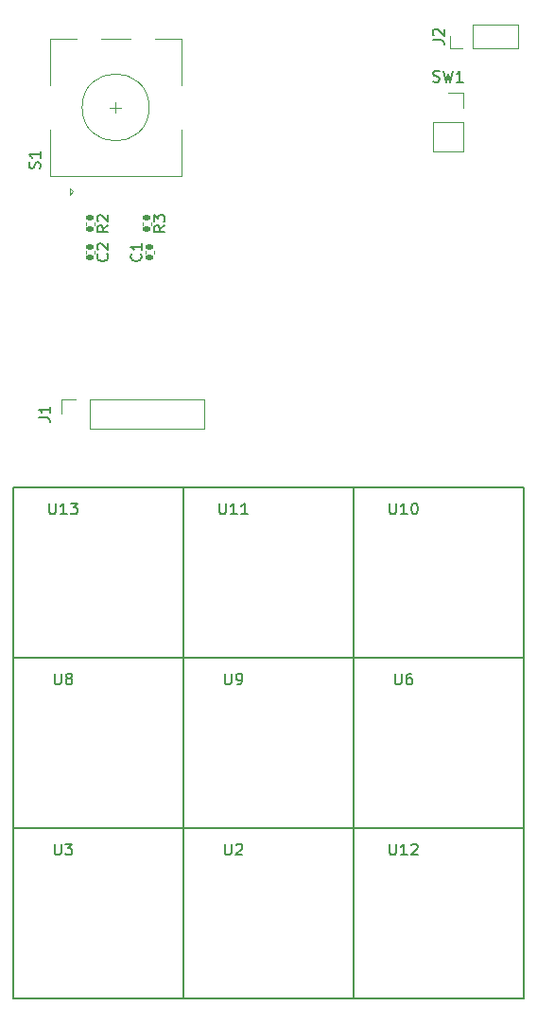
<source format=gbr>
%TF.GenerationSoftware,KiCad,Pcbnew,(6.0.5)*%
%TF.CreationDate,2022-06-10T22:56:38+05:30*%
%TF.ProjectId,mv2,6d76322e-6b69-4636-9164-5f7063625858,rev?*%
%TF.SameCoordinates,Original*%
%TF.FileFunction,Legend,Top*%
%TF.FilePolarity,Positive*%
%FSLAX46Y46*%
G04 Gerber Fmt 4.6, Leading zero omitted, Abs format (unit mm)*
G04 Created by KiCad (PCBNEW (6.0.5)) date 2022-06-10 22:56:38*
%MOMM*%
%LPD*%
G01*
G04 APERTURE LIST*
G04 Aperture macros list*
%AMRoundRect*
0 Rectangle with rounded corners*
0 $1 Rounding radius*
0 $2 $3 $4 $5 $6 $7 $8 $9 X,Y pos of 4 corners*
0 Add a 4 corners polygon primitive as box body*
4,1,4,$2,$3,$4,$5,$6,$7,$8,$9,$2,$3,0*
0 Add four circle primitives for the rounded corners*
1,1,$1+$1,$2,$3*
1,1,$1+$1,$4,$5*
1,1,$1+$1,$6,$7*
1,1,$1+$1,$8,$9*
0 Add four rect primitives between the rounded corners*
20,1,$1+$1,$2,$3,$4,$5,0*
20,1,$1+$1,$4,$5,$6,$7,0*
20,1,$1+$1,$6,$7,$8,$9,0*
20,1,$1+$1,$8,$9,$2,$3,0*%
G04 Aperture macros list end*
%ADD10C,0.150000*%
%ADD11C,0.120000*%
%ADD12C,0.127000*%
%ADD13RoundRect,0.140000X0.170000X-0.140000X0.170000X0.140000X-0.170000X0.140000X-0.170000X-0.140000X0*%
%ADD14RoundRect,0.135000X-0.185000X0.135000X-0.185000X-0.135000X0.185000X-0.135000X0.185000X0.135000X0*%
%ADD15C,2.250000*%
%ADD16C,1.508000*%
%ADD17C,1.700000*%
%ADD18C,3.987800*%
%ADD19RoundRect,0.140000X-0.170000X0.140000X-0.170000X-0.140000X0.170000X-0.140000X0.170000X0.140000X0*%
%ADD20C,2.000000*%
%ADD21R,2.000000X3.200000*%
%ADD22R,2.000000X2.000000*%
%ADD23O,1.350000X1.350000*%
%ADD24R,1.350000X1.350000*%
%ADD25O,1.700000X1.700000*%
%ADD26R,1.700000X1.700000*%
%ADD27O,1.000000X2.100000*%
%ADD28O,1.000000X1.600000*%
%ADD29C,0.650000*%
G04 APERTURE END LIST*
D10*
%TO.C,*%
%TO.C,C1*%
X136103142Y-63158666D02*
X136150761Y-63206285D01*
X136198380Y-63349142D01*
X136198380Y-63444380D01*
X136150761Y-63587238D01*
X136055523Y-63682476D01*
X135960285Y-63730095D01*
X135769809Y-63777714D01*
X135626952Y-63777714D01*
X135436476Y-63730095D01*
X135341238Y-63682476D01*
X135246000Y-63587238D01*
X135198380Y-63444380D01*
X135198380Y-63349142D01*
X135246000Y-63206285D01*
X135293619Y-63158666D01*
X136198380Y-62206285D02*
X136198380Y-62777714D01*
X136198380Y-62492000D02*
X135198380Y-62492000D01*
X135341238Y-62587238D01*
X135436476Y-62682476D01*
X135484095Y-62777714D01*
%TO.C,*%
%TO.C,R2*%
X133194380Y-60618666D02*
X132718190Y-60952000D01*
X133194380Y-61190095D02*
X132194380Y-61190095D01*
X132194380Y-60809142D01*
X132242000Y-60713904D01*
X132289619Y-60666285D01*
X132384857Y-60618666D01*
X132527714Y-60618666D01*
X132622952Y-60666285D01*
X132670571Y-60713904D01*
X132718190Y-60809142D01*
X132718190Y-61190095D01*
X132289619Y-60237714D02*
X132242000Y-60190095D01*
X132194380Y-60094857D01*
X132194380Y-59856761D01*
X132242000Y-59761523D01*
X132289619Y-59713904D01*
X132384857Y-59666285D01*
X132480095Y-59666285D01*
X132622952Y-59713904D01*
X133194380Y-60285333D01*
X133194380Y-59666285D01*
%TO.C,U11*%
X143160904Y-85431380D02*
X143160904Y-86240904D01*
X143208523Y-86336142D01*
X143256142Y-86383761D01*
X143351380Y-86431380D01*
X143541857Y-86431380D01*
X143637095Y-86383761D01*
X143684714Y-86336142D01*
X143732333Y-86240904D01*
X143732333Y-85431380D01*
X144732333Y-86431380D02*
X144160904Y-86431380D01*
X144446619Y-86431380D02*
X144446619Y-85431380D01*
X144351380Y-85574238D01*
X144256142Y-85669476D01*
X144160904Y-85717095D01*
X145684714Y-86431380D02*
X145113285Y-86431380D01*
X145399000Y-86431380D02*
X145399000Y-85431380D01*
X145303761Y-85574238D01*
X145208523Y-85669476D01*
X145113285Y-85717095D01*
%TO.C,*%
%TO.C,U9*%
X143637095Y-100671380D02*
X143637095Y-101480904D01*
X143684714Y-101576142D01*
X143732333Y-101623761D01*
X143827571Y-101671380D01*
X144018047Y-101671380D01*
X144113285Y-101623761D01*
X144160904Y-101576142D01*
X144208523Y-101480904D01*
X144208523Y-100671380D01*
X144732333Y-101671380D02*
X144922809Y-101671380D01*
X145018047Y-101623761D01*
X145065666Y-101576142D01*
X145160904Y-101433285D01*
X145208523Y-101242809D01*
X145208523Y-100861857D01*
X145160904Y-100766619D01*
X145113285Y-100719000D01*
X145018047Y-100671380D01*
X144827571Y-100671380D01*
X144732333Y-100719000D01*
X144684714Y-100766619D01*
X144637095Y-100861857D01*
X144637095Y-101099952D01*
X144684714Y-101195190D01*
X144732333Y-101242809D01*
X144827571Y-101290428D01*
X145018047Y-101290428D01*
X145113285Y-101242809D01*
X145160904Y-101195190D01*
X145208523Y-101099952D01*
%TO.C,C2*%
X133089142Y-63158666D02*
X133136761Y-63206285D01*
X133184380Y-63349142D01*
X133184380Y-63444380D01*
X133136761Y-63587238D01*
X133041523Y-63682476D01*
X132946285Y-63730095D01*
X132755809Y-63777714D01*
X132612952Y-63777714D01*
X132422476Y-63730095D01*
X132327238Y-63682476D01*
X132232000Y-63587238D01*
X132184380Y-63444380D01*
X132184380Y-63349142D01*
X132232000Y-63206285D01*
X132279619Y-63158666D01*
X132279619Y-62777714D02*
X132232000Y-62730095D01*
X132184380Y-62634857D01*
X132184380Y-62396761D01*
X132232000Y-62301523D01*
X132279619Y-62253904D01*
X132374857Y-62206285D01*
X132470095Y-62206285D01*
X132612952Y-62253904D01*
X133184380Y-62825333D01*
X133184380Y-62206285D01*
%TO.C,U12*%
X158400904Y-115911380D02*
X158400904Y-116720904D01*
X158448523Y-116816142D01*
X158496142Y-116863761D01*
X158591380Y-116911380D01*
X158781857Y-116911380D01*
X158877095Y-116863761D01*
X158924714Y-116816142D01*
X158972333Y-116720904D01*
X158972333Y-115911380D01*
X159972333Y-116911380D02*
X159400904Y-116911380D01*
X159686619Y-116911380D02*
X159686619Y-115911380D01*
X159591380Y-116054238D01*
X159496142Y-116149476D01*
X159400904Y-116197095D01*
X160353285Y-116006619D02*
X160400904Y-115959000D01*
X160496142Y-115911380D01*
X160734238Y-115911380D01*
X160829476Y-115959000D01*
X160877095Y-116006619D01*
X160924714Y-116101857D01*
X160924714Y-116197095D01*
X160877095Y-116339952D01*
X160305666Y-116911380D01*
X160924714Y-116911380D01*
%TO.C,U10*%
X158400904Y-85431380D02*
X158400904Y-86240904D01*
X158448523Y-86336142D01*
X158496142Y-86383761D01*
X158591380Y-86431380D01*
X158781857Y-86431380D01*
X158877095Y-86383761D01*
X158924714Y-86336142D01*
X158972333Y-86240904D01*
X158972333Y-85431380D01*
X159972333Y-86431380D02*
X159400904Y-86431380D01*
X159686619Y-86431380D02*
X159686619Y-85431380D01*
X159591380Y-85574238D01*
X159496142Y-85669476D01*
X159400904Y-85717095D01*
X160591380Y-85431380D02*
X160686619Y-85431380D01*
X160781857Y-85479000D01*
X160829476Y-85526619D01*
X160877095Y-85621857D01*
X160924714Y-85812333D01*
X160924714Y-86050428D01*
X160877095Y-86240904D01*
X160829476Y-86336142D01*
X160781857Y-86383761D01*
X160686619Y-86431380D01*
X160591380Y-86431380D01*
X160496142Y-86383761D01*
X160448523Y-86336142D01*
X160400904Y-86240904D01*
X160353285Y-86050428D01*
X160353285Y-85812333D01*
X160400904Y-85621857D01*
X160448523Y-85526619D01*
X160496142Y-85479000D01*
X160591380Y-85431380D01*
%TO.C,U3*%
X128397095Y-115911380D02*
X128397095Y-116720904D01*
X128444714Y-116816142D01*
X128492333Y-116863761D01*
X128587571Y-116911380D01*
X128778047Y-116911380D01*
X128873285Y-116863761D01*
X128920904Y-116816142D01*
X128968523Y-116720904D01*
X128968523Y-115911380D01*
X129349476Y-115911380D02*
X129968523Y-115911380D01*
X129635190Y-116292333D01*
X129778047Y-116292333D01*
X129873285Y-116339952D01*
X129920904Y-116387571D01*
X129968523Y-116482809D01*
X129968523Y-116720904D01*
X129920904Y-116816142D01*
X129873285Y-116863761D01*
X129778047Y-116911380D01*
X129492333Y-116911380D01*
X129397095Y-116863761D01*
X129349476Y-116816142D01*
%TO.C,U6*%
X158877095Y-100671380D02*
X158877095Y-101480904D01*
X158924714Y-101576142D01*
X158972333Y-101623761D01*
X159067571Y-101671380D01*
X159258047Y-101671380D01*
X159353285Y-101623761D01*
X159400904Y-101576142D01*
X159448523Y-101480904D01*
X159448523Y-100671380D01*
X160353285Y-100671380D02*
X160162809Y-100671380D01*
X160067571Y-100719000D01*
X160019952Y-100766619D01*
X159924714Y-100909476D01*
X159877095Y-101099952D01*
X159877095Y-101480904D01*
X159924714Y-101576142D01*
X159972333Y-101623761D01*
X160067571Y-101671380D01*
X160258047Y-101671380D01*
X160353285Y-101623761D01*
X160400904Y-101576142D01*
X160448523Y-101480904D01*
X160448523Y-101242809D01*
X160400904Y-101147571D01*
X160353285Y-101099952D01*
X160258047Y-101052333D01*
X160067571Y-101052333D01*
X159972333Y-101099952D01*
X159924714Y-101147571D01*
X159877095Y-101242809D01*
%TO.C,*%
%TO.C,U2*%
X143637095Y-115911380D02*
X143637095Y-116720904D01*
X143684714Y-116816142D01*
X143732333Y-116863761D01*
X143827571Y-116911380D01*
X144018047Y-116911380D01*
X144113285Y-116863761D01*
X144160904Y-116816142D01*
X144208523Y-116720904D01*
X144208523Y-115911380D01*
X144637095Y-116006619D02*
X144684714Y-115959000D01*
X144779952Y-115911380D01*
X145018047Y-115911380D01*
X145113285Y-115959000D01*
X145160904Y-116006619D01*
X145208523Y-116101857D01*
X145208523Y-116197095D01*
X145160904Y-116339952D01*
X144589476Y-116911380D01*
X145208523Y-116911380D01*
%TO.C,U8*%
X128397095Y-100671380D02*
X128397095Y-101480904D01*
X128444714Y-101576142D01*
X128492333Y-101623761D01*
X128587571Y-101671380D01*
X128778047Y-101671380D01*
X128873285Y-101623761D01*
X128920904Y-101576142D01*
X128968523Y-101480904D01*
X128968523Y-100671380D01*
X129587571Y-101099952D02*
X129492333Y-101052333D01*
X129444714Y-101004714D01*
X129397095Y-100909476D01*
X129397095Y-100861857D01*
X129444714Y-100766619D01*
X129492333Y-100719000D01*
X129587571Y-100671380D01*
X129778047Y-100671380D01*
X129873285Y-100719000D01*
X129920904Y-100766619D01*
X129968523Y-100861857D01*
X129968523Y-100909476D01*
X129920904Y-101004714D01*
X129873285Y-101052333D01*
X129778047Y-101099952D01*
X129587571Y-101099952D01*
X129492333Y-101147571D01*
X129444714Y-101195190D01*
X129397095Y-101290428D01*
X129397095Y-101480904D01*
X129444714Y-101576142D01*
X129492333Y-101623761D01*
X129587571Y-101671380D01*
X129778047Y-101671380D01*
X129873285Y-101623761D01*
X129920904Y-101576142D01*
X129968523Y-101480904D01*
X129968523Y-101290428D01*
X129920904Y-101195190D01*
X129873285Y-101147571D01*
X129778047Y-101099952D01*
%TO.C,*%
%TO.C,R3*%
X138274380Y-60618666D02*
X137798190Y-60952000D01*
X138274380Y-61190095D02*
X137274380Y-61190095D01*
X137274380Y-60809142D01*
X137322000Y-60713904D01*
X137369619Y-60666285D01*
X137464857Y-60618666D01*
X137607714Y-60618666D01*
X137702952Y-60666285D01*
X137750571Y-60713904D01*
X137798190Y-60809142D01*
X137798190Y-61190095D01*
X137274380Y-60285333D02*
X137274380Y-59666285D01*
X137655333Y-59999619D01*
X137655333Y-59856761D01*
X137702952Y-59761523D01*
X137750571Y-59713904D01*
X137845809Y-59666285D01*
X138083904Y-59666285D01*
X138179142Y-59713904D01*
X138226761Y-59761523D01*
X138274380Y-59856761D01*
X138274380Y-60142476D01*
X138226761Y-60237714D01*
X138179142Y-60285333D01*
%TO.C,*%
%TO.C,S1*%
X127062761Y-55503904D02*
X127110380Y-55361047D01*
X127110380Y-55122952D01*
X127062761Y-55027714D01*
X127015142Y-54980095D01*
X126919904Y-54932476D01*
X126824666Y-54932476D01*
X126729428Y-54980095D01*
X126681809Y-55027714D01*
X126634190Y-55122952D01*
X126586571Y-55313428D01*
X126538952Y-55408666D01*
X126491333Y-55456285D01*
X126396095Y-55503904D01*
X126300857Y-55503904D01*
X126205619Y-55456285D01*
X126158000Y-55408666D01*
X126110380Y-55313428D01*
X126110380Y-55075333D01*
X126158000Y-54932476D01*
X127110380Y-53980095D02*
X127110380Y-54551523D01*
X127110380Y-54265809D02*
X126110380Y-54265809D01*
X126253238Y-54361047D01*
X126348476Y-54456285D01*
X126396095Y-54551523D01*
%TO.C,U13*%
X127920904Y-85431380D02*
X127920904Y-86240904D01*
X127968523Y-86336142D01*
X128016142Y-86383761D01*
X128111380Y-86431380D01*
X128301857Y-86431380D01*
X128397095Y-86383761D01*
X128444714Y-86336142D01*
X128492333Y-86240904D01*
X128492333Y-85431380D01*
X129492333Y-86431380D02*
X128920904Y-86431380D01*
X129206619Y-86431380D02*
X129206619Y-85431380D01*
X129111380Y-85574238D01*
X129016142Y-85669476D01*
X128920904Y-85717095D01*
X129825666Y-85431380D02*
X130444714Y-85431380D01*
X130111380Y-85812333D01*
X130254238Y-85812333D01*
X130349476Y-85859952D01*
X130397095Y-85907571D01*
X130444714Y-86002809D01*
X130444714Y-86240904D01*
X130397095Y-86336142D01*
X130349476Y-86383761D01*
X130254238Y-86431380D01*
X129968523Y-86431380D01*
X129873285Y-86383761D01*
X129825666Y-86336142D01*
%TO.C,J2*%
X162270380Y-44021333D02*
X162984666Y-44021333D01*
X163127523Y-44068952D01*
X163222761Y-44164190D01*
X163270380Y-44307047D01*
X163270380Y-44402285D01*
X162365619Y-43592761D02*
X162318000Y-43545142D01*
X162270380Y-43449904D01*
X162270380Y-43211809D01*
X162318000Y-43116571D01*
X162365619Y-43068952D01*
X162460857Y-43021333D01*
X162556095Y-43021333D01*
X162698952Y-43068952D01*
X163270380Y-43640380D01*
X163270380Y-43021333D01*
%TO.C,J1*%
X126984380Y-77803333D02*
X127698666Y-77803333D01*
X127841523Y-77850952D01*
X127936761Y-77946190D01*
X127984380Y-78089047D01*
X127984380Y-78184285D01*
X127984380Y-76803333D02*
X127984380Y-77374761D01*
X127984380Y-77089047D02*
X126984380Y-77089047D01*
X127127238Y-77184285D01*
X127222476Y-77279523D01*
X127270095Y-77374761D01*
%TO.C,SW1*%
X162294666Y-47708761D02*
X162437523Y-47756380D01*
X162675619Y-47756380D01*
X162770857Y-47708761D01*
X162818476Y-47661142D01*
X162866095Y-47565904D01*
X162866095Y-47470666D01*
X162818476Y-47375428D01*
X162770857Y-47327809D01*
X162675619Y-47280190D01*
X162485142Y-47232571D01*
X162389904Y-47184952D01*
X162342285Y-47137333D01*
X162294666Y-47042095D01*
X162294666Y-46946857D01*
X162342285Y-46851619D01*
X162389904Y-46804000D01*
X162485142Y-46756380D01*
X162723238Y-46756380D01*
X162866095Y-46804000D01*
X163199428Y-46756380D02*
X163437523Y-47756380D01*
X163628000Y-47042095D01*
X163818476Y-47756380D01*
X164056571Y-46756380D01*
X164961333Y-47756380D02*
X164389904Y-47756380D01*
X164675619Y-47756380D02*
X164675619Y-46756380D01*
X164580380Y-46899238D01*
X164485142Y-46994476D01*
X164389904Y-47042095D01*
D11*
%TO.C,C1*%
X136546000Y-63099836D02*
X136546000Y-62884164D01*
X137266000Y-63099836D02*
X137266000Y-62884164D01*
%TO.C,R2*%
X131952000Y-60298359D02*
X131952000Y-60605641D01*
X131192000Y-60298359D02*
X131192000Y-60605641D01*
D12*
%TO.C,U11*%
X139954000Y-99314000D02*
X139954000Y-84074000D01*
X155194000Y-84074000D02*
X155194000Y-99314000D01*
X139954000Y-84074000D02*
X155194000Y-84074000D01*
X155194000Y-99314000D02*
X139954000Y-99314000D01*
%TO.C,U9*%
X155194000Y-114554000D02*
X139954000Y-114554000D01*
X139954000Y-114554000D02*
X139954000Y-99314000D01*
X139954000Y-99314000D02*
X155194000Y-99314000D01*
X155194000Y-99314000D02*
X155194000Y-114554000D01*
D11*
%TO.C,C2*%
X131932000Y-62884164D02*
X131932000Y-63099836D01*
X131212000Y-62884164D02*
X131212000Y-63099836D01*
D12*
%TO.C,U12*%
X155194000Y-114554000D02*
X170434000Y-114554000D01*
X155194000Y-129794000D02*
X155194000Y-114554000D01*
X170434000Y-114554000D02*
X170434000Y-129794000D01*
X170434000Y-129794000D02*
X155194000Y-129794000D01*
%TO.C,U10*%
X170434000Y-84074000D02*
X170434000Y-99314000D01*
X155194000Y-99314000D02*
X155194000Y-84074000D01*
X170434000Y-99314000D02*
X155194000Y-99314000D01*
X155194000Y-84074000D02*
X170434000Y-84074000D01*
%TO.C,U3*%
X139954000Y-129794000D02*
X124714000Y-129794000D01*
X124714000Y-114554000D02*
X139954000Y-114554000D01*
X139954000Y-114554000D02*
X139954000Y-129794000D01*
X124714000Y-129794000D02*
X124714000Y-114554000D01*
%TO.C,U6*%
X170434000Y-114554000D02*
X155194000Y-114554000D01*
X170434000Y-99314000D02*
X170434000Y-114554000D01*
X155194000Y-99314000D02*
X170434000Y-99314000D01*
X155194000Y-114554000D02*
X155194000Y-99314000D01*
%TO.C,U2*%
X139954000Y-129794000D02*
X139954000Y-114554000D01*
X155194000Y-114554000D02*
X155194000Y-129794000D01*
X139954000Y-114554000D02*
X155194000Y-114554000D01*
X155194000Y-129794000D02*
X139954000Y-129794000D01*
%TO.C,U8*%
X139954000Y-114554000D02*
X124714000Y-114554000D01*
X124714000Y-114554000D02*
X124714000Y-99314000D01*
X124714000Y-99314000D02*
X139954000Y-99314000D01*
X139954000Y-99314000D02*
X139954000Y-114554000D01*
D11*
%TO.C,R3*%
X136272000Y-60298359D02*
X136272000Y-60605641D01*
X137032000Y-60298359D02*
X137032000Y-60605641D01*
%TO.C,S1*%
X136858000Y-50042000D02*
G75*
G03*
X136858000Y-50042000I-3000000J0D01*
G01*
X127958000Y-56142000D02*
X139758000Y-56142000D01*
X133858000Y-50542000D02*
X133858000Y-49542000D01*
X127958000Y-43942000D02*
X130358000Y-43942000D01*
X139758000Y-43942000D02*
X139758000Y-48042000D01*
X139758000Y-52042000D02*
X139758000Y-56142000D01*
X129758000Y-57842000D02*
X129758000Y-57242000D01*
X132558000Y-43942000D02*
X135158000Y-43942000D01*
X137358000Y-43942000D02*
X139758000Y-43942000D01*
X133358000Y-50042000D02*
X134358000Y-50042000D01*
X127958000Y-48042000D02*
X127958000Y-43942000D01*
X127958000Y-52042000D02*
X127958000Y-56142000D01*
X130058000Y-57542000D02*
X129758000Y-57842000D01*
X129758000Y-57242000D02*
X130058000Y-57542000D01*
D12*
%TO.C,U13*%
X139954000Y-84074000D02*
X139954000Y-99314000D01*
X124714000Y-84074000D02*
X139954000Y-84074000D01*
X139954000Y-99314000D02*
X124714000Y-99314000D01*
X124714000Y-99314000D02*
X124714000Y-84074000D01*
D11*
%TO.C,J2*%
X165878000Y-42628000D02*
X169938000Y-42628000D01*
X163818000Y-44748000D02*
X163818000Y-43688000D01*
X169938000Y-44748000D02*
X169938000Y-42628000D01*
X165878000Y-44748000D02*
X165878000Y-42628000D01*
X164878000Y-44748000D02*
X163818000Y-44748000D01*
X165878000Y-44748000D02*
X169938000Y-44748000D01*
%TO.C,J1*%
X128972000Y-76140000D02*
X130302000Y-76140000D01*
X131572000Y-76140000D02*
X141792000Y-76140000D01*
X128972000Y-77470000D02*
X128972000Y-76140000D01*
X131572000Y-78800000D02*
X131572000Y-76140000D01*
X131572000Y-78800000D02*
X141792000Y-78800000D01*
X141792000Y-78800000D02*
X141792000Y-76140000D01*
%TO.C,SW1*%
X162298000Y-53944000D02*
X164958000Y-53944000D01*
X163628000Y-48744000D02*
X164958000Y-48744000D01*
X164958000Y-48744000D02*
X164958000Y-50074000D01*
X162298000Y-51344000D02*
X164958000Y-51344000D01*
X164958000Y-51344000D02*
X164958000Y-53944000D01*
X162298000Y-51344000D02*
X162298000Y-53944000D01*
%TD*%
%LPC*%
D13*
%TO.C,C1*%
X136906000Y-63472000D03*
X136906000Y-62512000D03*
%TD*%
D14*
%TO.C,R2*%
X131572000Y-59942000D03*
X131572000Y-60962000D03*
%TD*%
D15*
%TO.C,U11*%
X143764000Y-89154000D03*
X150084000Y-86614000D03*
D16*
X151384000Y-96774000D03*
X143764000Y-96774000D03*
D17*
X142574000Y-91694000D03*
X152574000Y-91694000D03*
D18*
X147574000Y-91694000D03*
%TD*%
D15*
%TO.C,U9*%
X143764000Y-104394000D03*
X150084000Y-101854000D03*
D16*
X151384000Y-112014000D03*
X143764000Y-112014000D03*
D18*
X147574000Y-106934000D03*
D17*
X152574000Y-106934000D03*
X142574000Y-106934000D03*
%TD*%
D19*
%TO.C,C2*%
X131572000Y-62512000D03*
X131572000Y-63472000D03*
%TD*%
D15*
%TO.C,U12*%
X159004000Y-119634000D03*
X165324000Y-117094000D03*
D16*
X166624000Y-127254000D03*
X159004000Y-127254000D03*
D17*
X157814000Y-122174000D03*
D18*
X162814000Y-122174000D03*
D17*
X167814000Y-122174000D03*
%TD*%
D15*
%TO.C,U10*%
X159004000Y-89154000D03*
X165324000Y-86614000D03*
D16*
X166624000Y-96774000D03*
X159004000Y-96774000D03*
D17*
X157814000Y-91694000D03*
X167814000Y-91694000D03*
D18*
X162814000Y-91694000D03*
%TD*%
D15*
%TO.C,U3*%
X128524000Y-119634000D03*
X134844000Y-117094000D03*
D16*
X136144000Y-127254000D03*
X128524000Y-127254000D03*
D17*
X137334000Y-122174000D03*
D18*
X132334000Y-122174000D03*
D17*
X127334000Y-122174000D03*
%TD*%
D15*
%TO.C,U6*%
X159004000Y-104394000D03*
X165324000Y-101854000D03*
D16*
X166624000Y-112014000D03*
X159004000Y-112014000D03*
D17*
X167814000Y-106934000D03*
X157814000Y-106934000D03*
D18*
X162814000Y-106934000D03*
%TD*%
D15*
%TO.C,U2*%
X143764000Y-119634000D03*
X150084000Y-117094000D03*
D16*
X151384000Y-127254000D03*
X143764000Y-127254000D03*
D17*
X152574000Y-122174000D03*
D18*
X147574000Y-122174000D03*
D17*
X142574000Y-122174000D03*
%TD*%
D15*
%TO.C,U8*%
X128524000Y-104394000D03*
X134844000Y-101854000D03*
D16*
X136144000Y-112014000D03*
X128524000Y-112014000D03*
D17*
X137334000Y-106934000D03*
X127334000Y-106934000D03*
D18*
X132334000Y-106934000D03*
%TD*%
D14*
%TO.C,R3*%
X136652000Y-59942000D03*
X136652000Y-60962000D03*
%TD*%
D20*
%TO.C,S1*%
X131358000Y-43042000D03*
X136358000Y-43042000D03*
D21*
X128258000Y-50042000D03*
X139458000Y-50042000D03*
D20*
X133858000Y-57542000D03*
X136358000Y-57542000D03*
D22*
X131358000Y-57542000D03*
%TD*%
D15*
%TO.C,U13*%
X128524000Y-89154000D03*
X134844000Y-86614000D03*
D16*
X136144000Y-96774000D03*
X128524000Y-96774000D03*
D18*
X132334000Y-91694000D03*
D17*
X127334000Y-91694000D03*
X137334000Y-91694000D03*
%TD*%
D23*
%TO.C,J2*%
X168878000Y-43688000D03*
X166878000Y-43688000D03*
D24*
X164878000Y-43688000D03*
%TD*%
D25*
%TO.C,J1*%
X140462000Y-77470000D03*
X137922000Y-77470000D03*
X135382000Y-77470000D03*
X132842000Y-77470000D03*
D26*
X130302000Y-77470000D03*
%TD*%
D25*
%TO.C,SW1*%
X163628000Y-52614000D03*
D26*
X163628000Y-50074000D03*
%TD*%
D27*
%TO.C,J3*%
X154434000Y-47580000D03*
D28*
X154434000Y-43400000D03*
X145794000Y-43400000D03*
D27*
X145794000Y-47580000D03*
D29*
X147224000Y-47050000D03*
X153004000Y-47050000D03*
%TD*%
M02*

</source>
